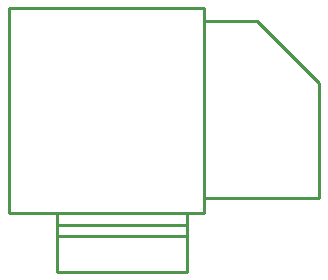
<source format=gbr>
G04 start of page 3 for group -4079 idx -4079 *
G04 Title: (unknown), topsilk *
G04 Creator: pcb 20110918 *
G04 CreationDate: Fri Oct 19 22:00:06 2012 UTC *
G04 For: fosse *
G04 Format: Gerber/RS-274X *
G04 PCB-Dimensions: 600000 500000 *
G04 PCB-Coordinate-Origin: lower left *
%MOIN*%
%FSLAX25Y25*%
%LNTOPSILK*%
%ADD12C,0.0100*%
G54D12*X179134Y294881D02*X114173Y294882D01*
X130118Y290945D02*X173425D01*
X130118Y287008D02*X173425D01*
X130118Y294882D02*Y275197D01*
X173425D01*
Y294882D02*Y275197D01*
X114173Y294881D02*Y362991D01*
X179134D01*
X196751Y358858D02*X179134D01*
Y362991D02*Y294881D01*
Y299802D02*X217323D01*
Y338286D01*
X196751Y358858D01*
M02*

</source>
